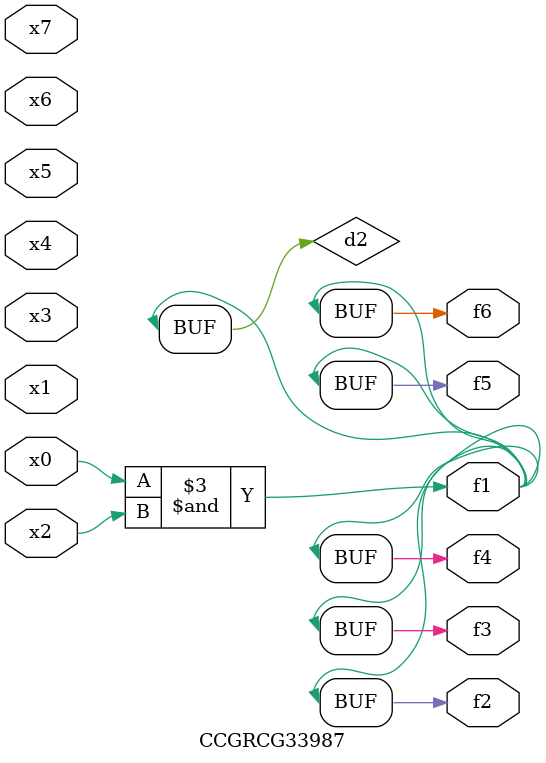
<source format=v>
module CCGRCG33987(
	input x0, x1, x2, x3, x4, x5, x6, x7,
	output f1, f2, f3, f4, f5, f6
);

	wire d1, d2;

	nor (d1, x3, x6);
	and (d2, x0, x2);
	assign f1 = d2;
	assign f2 = d2;
	assign f3 = d2;
	assign f4 = d2;
	assign f5 = d2;
	assign f6 = d2;
endmodule

</source>
